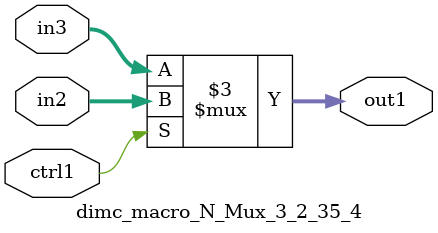
<source format=v>

`timescale 1ps / 1ps


module dimc_macro_N_Mux_3_2_35_4( in3, in2, ctrl1, out1 );

    input [2:0] in3;
    input [2:0] in2;
    input ctrl1;
    output [2:0] out1;
    reg [2:0] out1;

    
    // rtl_process:dimc_macro_N_Mux_3_2_35_4/dimc_macro_N_Mux_3_2_35_4_thread_1
    always @*
      begin : dimc_macro_N_Mux_3_2_35_4_thread_1
        case (ctrl1) 
          1'b1: 
            begin
              out1 = in2;
            end
          default: 
            begin
              out1 = in3;
            end
        endcase
      end

endmodule





</source>
